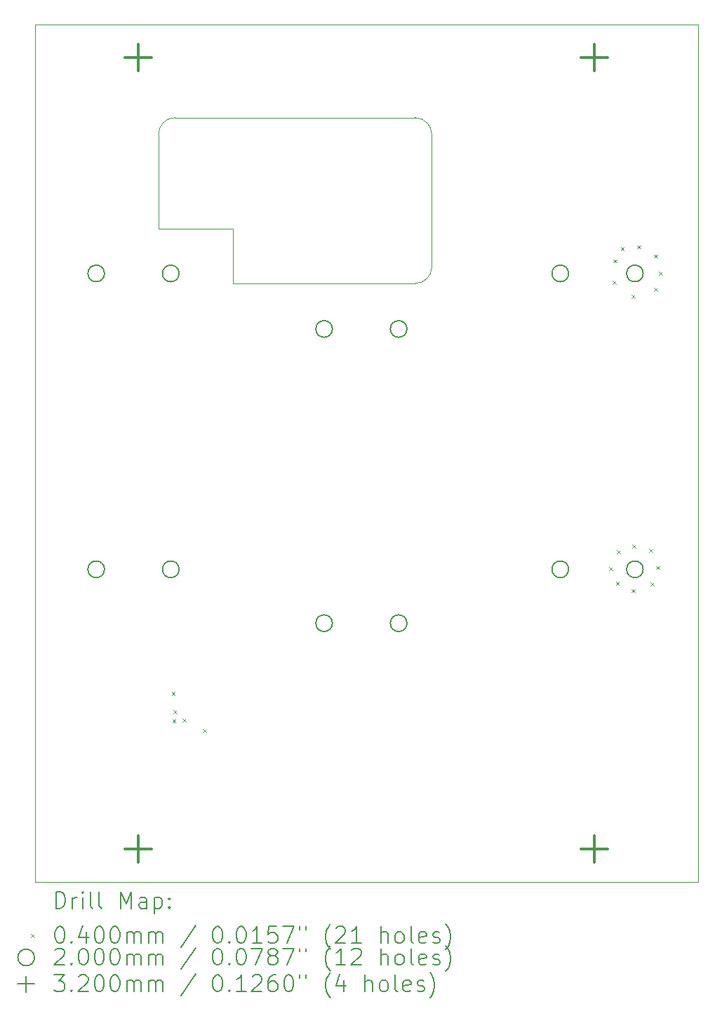
<source format=gbr>
%FSLAX45Y45*%
G04 Gerber Fmt 4.5, Leading zero omitted, Abs format (unit mm)*
G04 Created by KiCad (PCBNEW (6.0.5-0)) date 2023-03-07 01:16:29*
%MOMM*%
%LPD*%
G01*
G04 APERTURE LIST*
%TA.AperFunction,Profile*%
%ADD10C,0.100000*%
%TD*%
%ADD11C,0.200000*%
%ADD12C,0.040000*%
%ADD13C,0.320000*%
G04 APERTURE END LIST*
D10*
X14360000Y-3875000D02*
X15210000Y-3875000D01*
X9600000Y-7000000D02*
X9600000Y-6340000D01*
X8060000Y-14225000D02*
X8860000Y-14225000D01*
X13560000Y-14225000D02*
X8860000Y-14225000D01*
X8065000Y-3875000D02*
X8865000Y-3875000D01*
X13560000Y-3875000D02*
X14360000Y-3875000D01*
X15210000Y-3875000D02*
X15210000Y-14225000D01*
X8060000Y-14225000D02*
X7210000Y-14225000D01*
X8700000Y-6340000D02*
X8701945Y-5202359D01*
X14360000Y-14225000D02*
X15210000Y-14225000D01*
X9600000Y-7000000D02*
X11799436Y-7000000D01*
X11799436Y-6999997D02*
G75*
G03*
X12000000Y-6808579I-386J201187D01*
G01*
X11999997Y-5201571D02*
G75*
G03*
X11798913Y-5000000I-204137J-2559D01*
G01*
X8900000Y-4999999D02*
G75*
G03*
X8701945Y-5202359I2830J-200871D01*
G01*
X13560000Y-14225000D02*
X14360000Y-14225000D01*
X12000000Y-5201571D02*
X12000000Y-6808579D01*
X8865000Y-3875000D02*
X13560000Y-3875000D01*
X8900000Y-5000000D02*
X11798913Y-5000000D01*
X8065000Y-3875000D02*
X7210000Y-3875000D01*
X7210000Y-14225000D02*
X7210000Y-3875000D01*
X9600000Y-6340000D02*
X8700000Y-6340000D01*
D11*
D12*
X8860000Y-11930000D02*
X8900000Y-11970000D01*
X8900000Y-11930000D02*
X8860000Y-11970000D01*
X8870000Y-12260000D02*
X8910000Y-12300000D01*
X8910000Y-12260000D02*
X8870000Y-12300000D01*
X8880000Y-12150000D02*
X8920000Y-12190000D01*
X8920000Y-12150000D02*
X8880000Y-12190000D01*
X8990000Y-12250000D02*
X9030000Y-12290000D01*
X9030000Y-12250000D02*
X8990000Y-12290000D01*
X9240000Y-12380000D02*
X9280000Y-12420000D01*
X9280000Y-12380000D02*
X9240000Y-12420000D01*
X14140000Y-10420000D02*
X14180000Y-10460000D01*
X14180000Y-10420000D02*
X14140000Y-10460000D01*
X14180000Y-6970000D02*
X14220000Y-7010000D01*
X14220000Y-6970000D02*
X14180000Y-7010000D01*
X14190000Y-6710000D02*
X14230000Y-6750000D01*
X14230000Y-6710000D02*
X14190000Y-6750000D01*
X14220000Y-10600000D02*
X14260000Y-10640000D01*
X14260000Y-10600000D02*
X14220000Y-10640000D01*
X14230000Y-10220000D02*
X14270000Y-10260000D01*
X14270000Y-10220000D02*
X14230000Y-10260000D01*
X14280000Y-6560000D02*
X14320000Y-6600000D01*
X14320000Y-6560000D02*
X14280000Y-6600000D01*
X14410000Y-7140000D02*
X14450000Y-7180000D01*
X14450000Y-7140000D02*
X14410000Y-7180000D01*
X14410000Y-10690000D02*
X14450000Y-10730000D01*
X14450000Y-10690000D02*
X14410000Y-10730000D01*
X14420000Y-10150000D02*
X14460000Y-10190000D01*
X14460000Y-10150000D02*
X14420000Y-10190000D01*
X14480000Y-6540000D02*
X14520000Y-6580000D01*
X14520000Y-6540000D02*
X14480000Y-6580000D01*
X14620000Y-10200000D02*
X14660000Y-10240000D01*
X14660000Y-10200000D02*
X14620000Y-10240000D01*
X14640000Y-10610000D02*
X14680000Y-10650000D01*
X14680000Y-10610000D02*
X14640000Y-10650000D01*
X14680000Y-6650000D02*
X14720000Y-6690000D01*
X14720000Y-6650000D02*
X14680000Y-6690000D01*
X14680000Y-7050000D02*
X14720000Y-7090000D01*
X14720000Y-7050000D02*
X14680000Y-7090000D01*
X14710000Y-10410000D02*
X14750000Y-10450000D01*
X14750000Y-10410000D02*
X14710000Y-10450000D01*
X14740000Y-6860000D02*
X14780000Y-6900000D01*
X14780000Y-6860000D02*
X14740000Y-6900000D01*
D11*
X8050000Y-6880000D02*
G75*
G03*
X8050000Y-6880000I-100000J0D01*
G01*
X8050000Y-10450000D02*
G75*
G03*
X8050000Y-10450000I-100000J0D01*
G01*
X8950000Y-6880000D02*
G75*
G03*
X8950000Y-6880000I-100000J0D01*
G01*
X8950000Y-10450000D02*
G75*
G03*
X8950000Y-10450000I-100000J0D01*
G01*
X10800000Y-7550000D02*
G75*
G03*
X10800000Y-7550000I-100000J0D01*
G01*
X10800000Y-11100000D02*
G75*
G03*
X10800000Y-11100000I-100000J0D01*
G01*
X11700000Y-7550000D02*
G75*
G03*
X11700000Y-7550000I-100000J0D01*
G01*
X11700000Y-11100000D02*
G75*
G03*
X11700000Y-11100000I-100000J0D01*
G01*
X13650000Y-6880000D02*
G75*
G03*
X13650000Y-6880000I-100000J0D01*
G01*
X13650000Y-10450000D02*
G75*
G03*
X13650000Y-10450000I-100000J0D01*
G01*
X14550000Y-6880000D02*
G75*
G03*
X14550000Y-6880000I-100000J0D01*
G01*
X14550000Y-10450000D02*
G75*
G03*
X14550000Y-10450000I-100000J0D01*
G01*
D13*
X8460000Y-4115000D02*
X8460000Y-4435000D01*
X8300000Y-4275000D02*
X8620000Y-4275000D01*
X8460000Y-13665000D02*
X8460000Y-13985000D01*
X8300000Y-13825000D02*
X8620000Y-13825000D01*
X13960000Y-4115000D02*
X13960000Y-4435000D01*
X13800000Y-4275000D02*
X14120000Y-4275000D01*
X13960000Y-13665000D02*
X13960000Y-13985000D01*
X13800000Y-13825000D02*
X14120000Y-13825000D01*
D11*
X7462619Y-14540476D02*
X7462619Y-14340476D01*
X7510238Y-14340476D01*
X7538809Y-14350000D01*
X7557857Y-14369048D01*
X7567381Y-14388095D01*
X7576905Y-14426190D01*
X7576905Y-14454762D01*
X7567381Y-14492857D01*
X7557857Y-14511905D01*
X7538809Y-14530952D01*
X7510238Y-14540476D01*
X7462619Y-14540476D01*
X7662619Y-14540476D02*
X7662619Y-14407143D01*
X7662619Y-14445238D02*
X7672143Y-14426190D01*
X7681667Y-14416667D01*
X7700714Y-14407143D01*
X7719762Y-14407143D01*
X7786428Y-14540476D02*
X7786428Y-14407143D01*
X7786428Y-14340476D02*
X7776905Y-14350000D01*
X7786428Y-14359524D01*
X7795952Y-14350000D01*
X7786428Y-14340476D01*
X7786428Y-14359524D01*
X7910238Y-14540476D02*
X7891190Y-14530952D01*
X7881667Y-14511905D01*
X7881667Y-14340476D01*
X8015000Y-14540476D02*
X7995952Y-14530952D01*
X7986428Y-14511905D01*
X7986428Y-14340476D01*
X8243571Y-14540476D02*
X8243571Y-14340476D01*
X8310238Y-14483333D01*
X8376905Y-14340476D01*
X8376905Y-14540476D01*
X8557857Y-14540476D02*
X8557857Y-14435714D01*
X8548333Y-14416667D01*
X8529286Y-14407143D01*
X8491190Y-14407143D01*
X8472143Y-14416667D01*
X8557857Y-14530952D02*
X8538810Y-14540476D01*
X8491190Y-14540476D01*
X8472143Y-14530952D01*
X8462619Y-14511905D01*
X8462619Y-14492857D01*
X8472143Y-14473809D01*
X8491190Y-14464286D01*
X8538810Y-14464286D01*
X8557857Y-14454762D01*
X8653095Y-14407143D02*
X8653095Y-14607143D01*
X8653095Y-14416667D02*
X8672143Y-14407143D01*
X8710238Y-14407143D01*
X8729286Y-14416667D01*
X8738810Y-14426190D01*
X8748333Y-14445238D01*
X8748333Y-14502381D01*
X8738810Y-14521428D01*
X8729286Y-14530952D01*
X8710238Y-14540476D01*
X8672143Y-14540476D01*
X8653095Y-14530952D01*
X8834048Y-14521428D02*
X8843571Y-14530952D01*
X8834048Y-14540476D01*
X8824524Y-14530952D01*
X8834048Y-14521428D01*
X8834048Y-14540476D01*
X8834048Y-14416667D02*
X8843571Y-14426190D01*
X8834048Y-14435714D01*
X8824524Y-14426190D01*
X8834048Y-14416667D01*
X8834048Y-14435714D01*
D12*
X7165000Y-14850000D02*
X7205000Y-14890000D01*
X7205000Y-14850000D02*
X7165000Y-14890000D01*
D11*
X7500714Y-14760476D02*
X7519762Y-14760476D01*
X7538809Y-14770000D01*
X7548333Y-14779524D01*
X7557857Y-14798571D01*
X7567381Y-14836667D01*
X7567381Y-14884286D01*
X7557857Y-14922381D01*
X7548333Y-14941428D01*
X7538809Y-14950952D01*
X7519762Y-14960476D01*
X7500714Y-14960476D01*
X7481667Y-14950952D01*
X7472143Y-14941428D01*
X7462619Y-14922381D01*
X7453095Y-14884286D01*
X7453095Y-14836667D01*
X7462619Y-14798571D01*
X7472143Y-14779524D01*
X7481667Y-14770000D01*
X7500714Y-14760476D01*
X7653095Y-14941428D02*
X7662619Y-14950952D01*
X7653095Y-14960476D01*
X7643571Y-14950952D01*
X7653095Y-14941428D01*
X7653095Y-14960476D01*
X7834048Y-14827143D02*
X7834048Y-14960476D01*
X7786428Y-14750952D02*
X7738809Y-14893809D01*
X7862619Y-14893809D01*
X7976905Y-14760476D02*
X7995952Y-14760476D01*
X8015000Y-14770000D01*
X8024524Y-14779524D01*
X8034048Y-14798571D01*
X8043571Y-14836667D01*
X8043571Y-14884286D01*
X8034048Y-14922381D01*
X8024524Y-14941428D01*
X8015000Y-14950952D01*
X7995952Y-14960476D01*
X7976905Y-14960476D01*
X7957857Y-14950952D01*
X7948333Y-14941428D01*
X7938809Y-14922381D01*
X7929286Y-14884286D01*
X7929286Y-14836667D01*
X7938809Y-14798571D01*
X7948333Y-14779524D01*
X7957857Y-14770000D01*
X7976905Y-14760476D01*
X8167381Y-14760476D02*
X8186428Y-14760476D01*
X8205476Y-14770000D01*
X8215000Y-14779524D01*
X8224524Y-14798571D01*
X8234048Y-14836667D01*
X8234048Y-14884286D01*
X8224524Y-14922381D01*
X8215000Y-14941428D01*
X8205476Y-14950952D01*
X8186428Y-14960476D01*
X8167381Y-14960476D01*
X8148333Y-14950952D01*
X8138809Y-14941428D01*
X8129286Y-14922381D01*
X8119762Y-14884286D01*
X8119762Y-14836667D01*
X8129286Y-14798571D01*
X8138809Y-14779524D01*
X8148333Y-14770000D01*
X8167381Y-14760476D01*
X8319762Y-14960476D02*
X8319762Y-14827143D01*
X8319762Y-14846190D02*
X8329286Y-14836667D01*
X8348333Y-14827143D01*
X8376905Y-14827143D01*
X8395952Y-14836667D01*
X8405476Y-14855714D01*
X8405476Y-14960476D01*
X8405476Y-14855714D02*
X8415000Y-14836667D01*
X8434048Y-14827143D01*
X8462619Y-14827143D01*
X8481667Y-14836667D01*
X8491190Y-14855714D01*
X8491190Y-14960476D01*
X8586429Y-14960476D02*
X8586429Y-14827143D01*
X8586429Y-14846190D02*
X8595952Y-14836667D01*
X8615000Y-14827143D01*
X8643571Y-14827143D01*
X8662619Y-14836667D01*
X8672143Y-14855714D01*
X8672143Y-14960476D01*
X8672143Y-14855714D02*
X8681667Y-14836667D01*
X8700714Y-14827143D01*
X8729286Y-14827143D01*
X8748333Y-14836667D01*
X8757857Y-14855714D01*
X8757857Y-14960476D01*
X9148333Y-14750952D02*
X8976905Y-15008095D01*
X9405476Y-14760476D02*
X9424524Y-14760476D01*
X9443571Y-14770000D01*
X9453095Y-14779524D01*
X9462619Y-14798571D01*
X9472143Y-14836667D01*
X9472143Y-14884286D01*
X9462619Y-14922381D01*
X9453095Y-14941428D01*
X9443571Y-14950952D01*
X9424524Y-14960476D01*
X9405476Y-14960476D01*
X9386429Y-14950952D01*
X9376905Y-14941428D01*
X9367381Y-14922381D01*
X9357857Y-14884286D01*
X9357857Y-14836667D01*
X9367381Y-14798571D01*
X9376905Y-14779524D01*
X9386429Y-14770000D01*
X9405476Y-14760476D01*
X9557857Y-14941428D02*
X9567381Y-14950952D01*
X9557857Y-14960476D01*
X9548333Y-14950952D01*
X9557857Y-14941428D01*
X9557857Y-14960476D01*
X9691190Y-14760476D02*
X9710238Y-14760476D01*
X9729286Y-14770000D01*
X9738810Y-14779524D01*
X9748333Y-14798571D01*
X9757857Y-14836667D01*
X9757857Y-14884286D01*
X9748333Y-14922381D01*
X9738810Y-14941428D01*
X9729286Y-14950952D01*
X9710238Y-14960476D01*
X9691190Y-14960476D01*
X9672143Y-14950952D01*
X9662619Y-14941428D01*
X9653095Y-14922381D01*
X9643571Y-14884286D01*
X9643571Y-14836667D01*
X9653095Y-14798571D01*
X9662619Y-14779524D01*
X9672143Y-14770000D01*
X9691190Y-14760476D01*
X9948333Y-14960476D02*
X9834048Y-14960476D01*
X9891190Y-14960476D02*
X9891190Y-14760476D01*
X9872143Y-14789048D01*
X9853095Y-14808095D01*
X9834048Y-14817619D01*
X10129286Y-14760476D02*
X10034048Y-14760476D01*
X10024524Y-14855714D01*
X10034048Y-14846190D01*
X10053095Y-14836667D01*
X10100714Y-14836667D01*
X10119762Y-14846190D01*
X10129286Y-14855714D01*
X10138810Y-14874762D01*
X10138810Y-14922381D01*
X10129286Y-14941428D01*
X10119762Y-14950952D01*
X10100714Y-14960476D01*
X10053095Y-14960476D01*
X10034048Y-14950952D01*
X10024524Y-14941428D01*
X10205476Y-14760476D02*
X10338810Y-14760476D01*
X10253095Y-14960476D01*
X10405476Y-14760476D02*
X10405476Y-14798571D01*
X10481667Y-14760476D02*
X10481667Y-14798571D01*
X10776905Y-15036667D02*
X10767381Y-15027143D01*
X10748333Y-14998571D01*
X10738810Y-14979524D01*
X10729286Y-14950952D01*
X10719762Y-14903333D01*
X10719762Y-14865238D01*
X10729286Y-14817619D01*
X10738810Y-14789048D01*
X10748333Y-14770000D01*
X10767381Y-14741428D01*
X10776905Y-14731905D01*
X10843571Y-14779524D02*
X10853095Y-14770000D01*
X10872143Y-14760476D01*
X10919762Y-14760476D01*
X10938810Y-14770000D01*
X10948333Y-14779524D01*
X10957857Y-14798571D01*
X10957857Y-14817619D01*
X10948333Y-14846190D01*
X10834048Y-14960476D01*
X10957857Y-14960476D01*
X11148333Y-14960476D02*
X11034048Y-14960476D01*
X11091190Y-14960476D02*
X11091190Y-14760476D01*
X11072143Y-14789048D01*
X11053095Y-14808095D01*
X11034048Y-14817619D01*
X11386428Y-14960476D02*
X11386428Y-14760476D01*
X11472143Y-14960476D02*
X11472143Y-14855714D01*
X11462619Y-14836667D01*
X11443571Y-14827143D01*
X11415000Y-14827143D01*
X11395952Y-14836667D01*
X11386428Y-14846190D01*
X11595952Y-14960476D02*
X11576905Y-14950952D01*
X11567381Y-14941428D01*
X11557857Y-14922381D01*
X11557857Y-14865238D01*
X11567381Y-14846190D01*
X11576905Y-14836667D01*
X11595952Y-14827143D01*
X11624524Y-14827143D01*
X11643571Y-14836667D01*
X11653095Y-14846190D01*
X11662619Y-14865238D01*
X11662619Y-14922381D01*
X11653095Y-14941428D01*
X11643571Y-14950952D01*
X11624524Y-14960476D01*
X11595952Y-14960476D01*
X11776905Y-14960476D02*
X11757857Y-14950952D01*
X11748333Y-14931905D01*
X11748333Y-14760476D01*
X11929286Y-14950952D02*
X11910238Y-14960476D01*
X11872143Y-14960476D01*
X11853095Y-14950952D01*
X11843571Y-14931905D01*
X11843571Y-14855714D01*
X11853095Y-14836667D01*
X11872143Y-14827143D01*
X11910238Y-14827143D01*
X11929286Y-14836667D01*
X11938809Y-14855714D01*
X11938809Y-14874762D01*
X11843571Y-14893809D01*
X12015000Y-14950952D02*
X12034048Y-14960476D01*
X12072143Y-14960476D01*
X12091190Y-14950952D01*
X12100714Y-14931905D01*
X12100714Y-14922381D01*
X12091190Y-14903333D01*
X12072143Y-14893809D01*
X12043571Y-14893809D01*
X12024524Y-14884286D01*
X12015000Y-14865238D01*
X12015000Y-14855714D01*
X12024524Y-14836667D01*
X12043571Y-14827143D01*
X12072143Y-14827143D01*
X12091190Y-14836667D01*
X12167381Y-15036667D02*
X12176905Y-15027143D01*
X12195952Y-14998571D01*
X12205476Y-14979524D01*
X12215000Y-14950952D01*
X12224524Y-14903333D01*
X12224524Y-14865238D01*
X12215000Y-14817619D01*
X12205476Y-14789048D01*
X12195952Y-14770000D01*
X12176905Y-14741428D01*
X12167381Y-14731905D01*
X7205000Y-15134000D02*
G75*
G03*
X7205000Y-15134000I-100000J0D01*
G01*
X7453095Y-15043524D02*
X7462619Y-15034000D01*
X7481667Y-15024476D01*
X7529286Y-15024476D01*
X7548333Y-15034000D01*
X7557857Y-15043524D01*
X7567381Y-15062571D01*
X7567381Y-15081619D01*
X7557857Y-15110190D01*
X7443571Y-15224476D01*
X7567381Y-15224476D01*
X7653095Y-15205428D02*
X7662619Y-15214952D01*
X7653095Y-15224476D01*
X7643571Y-15214952D01*
X7653095Y-15205428D01*
X7653095Y-15224476D01*
X7786428Y-15024476D02*
X7805476Y-15024476D01*
X7824524Y-15034000D01*
X7834048Y-15043524D01*
X7843571Y-15062571D01*
X7853095Y-15100667D01*
X7853095Y-15148286D01*
X7843571Y-15186381D01*
X7834048Y-15205428D01*
X7824524Y-15214952D01*
X7805476Y-15224476D01*
X7786428Y-15224476D01*
X7767381Y-15214952D01*
X7757857Y-15205428D01*
X7748333Y-15186381D01*
X7738809Y-15148286D01*
X7738809Y-15100667D01*
X7748333Y-15062571D01*
X7757857Y-15043524D01*
X7767381Y-15034000D01*
X7786428Y-15024476D01*
X7976905Y-15024476D02*
X7995952Y-15024476D01*
X8015000Y-15034000D01*
X8024524Y-15043524D01*
X8034048Y-15062571D01*
X8043571Y-15100667D01*
X8043571Y-15148286D01*
X8034048Y-15186381D01*
X8024524Y-15205428D01*
X8015000Y-15214952D01*
X7995952Y-15224476D01*
X7976905Y-15224476D01*
X7957857Y-15214952D01*
X7948333Y-15205428D01*
X7938809Y-15186381D01*
X7929286Y-15148286D01*
X7929286Y-15100667D01*
X7938809Y-15062571D01*
X7948333Y-15043524D01*
X7957857Y-15034000D01*
X7976905Y-15024476D01*
X8167381Y-15024476D02*
X8186428Y-15024476D01*
X8205476Y-15034000D01*
X8215000Y-15043524D01*
X8224524Y-15062571D01*
X8234048Y-15100667D01*
X8234048Y-15148286D01*
X8224524Y-15186381D01*
X8215000Y-15205428D01*
X8205476Y-15214952D01*
X8186428Y-15224476D01*
X8167381Y-15224476D01*
X8148333Y-15214952D01*
X8138809Y-15205428D01*
X8129286Y-15186381D01*
X8119762Y-15148286D01*
X8119762Y-15100667D01*
X8129286Y-15062571D01*
X8138809Y-15043524D01*
X8148333Y-15034000D01*
X8167381Y-15024476D01*
X8319762Y-15224476D02*
X8319762Y-15091143D01*
X8319762Y-15110190D02*
X8329286Y-15100667D01*
X8348333Y-15091143D01*
X8376905Y-15091143D01*
X8395952Y-15100667D01*
X8405476Y-15119714D01*
X8405476Y-15224476D01*
X8405476Y-15119714D02*
X8415000Y-15100667D01*
X8434048Y-15091143D01*
X8462619Y-15091143D01*
X8481667Y-15100667D01*
X8491190Y-15119714D01*
X8491190Y-15224476D01*
X8586429Y-15224476D02*
X8586429Y-15091143D01*
X8586429Y-15110190D02*
X8595952Y-15100667D01*
X8615000Y-15091143D01*
X8643571Y-15091143D01*
X8662619Y-15100667D01*
X8672143Y-15119714D01*
X8672143Y-15224476D01*
X8672143Y-15119714D02*
X8681667Y-15100667D01*
X8700714Y-15091143D01*
X8729286Y-15091143D01*
X8748333Y-15100667D01*
X8757857Y-15119714D01*
X8757857Y-15224476D01*
X9148333Y-15014952D02*
X8976905Y-15272095D01*
X9405476Y-15024476D02*
X9424524Y-15024476D01*
X9443571Y-15034000D01*
X9453095Y-15043524D01*
X9462619Y-15062571D01*
X9472143Y-15100667D01*
X9472143Y-15148286D01*
X9462619Y-15186381D01*
X9453095Y-15205428D01*
X9443571Y-15214952D01*
X9424524Y-15224476D01*
X9405476Y-15224476D01*
X9386429Y-15214952D01*
X9376905Y-15205428D01*
X9367381Y-15186381D01*
X9357857Y-15148286D01*
X9357857Y-15100667D01*
X9367381Y-15062571D01*
X9376905Y-15043524D01*
X9386429Y-15034000D01*
X9405476Y-15024476D01*
X9557857Y-15205428D02*
X9567381Y-15214952D01*
X9557857Y-15224476D01*
X9548333Y-15214952D01*
X9557857Y-15205428D01*
X9557857Y-15224476D01*
X9691190Y-15024476D02*
X9710238Y-15024476D01*
X9729286Y-15034000D01*
X9738810Y-15043524D01*
X9748333Y-15062571D01*
X9757857Y-15100667D01*
X9757857Y-15148286D01*
X9748333Y-15186381D01*
X9738810Y-15205428D01*
X9729286Y-15214952D01*
X9710238Y-15224476D01*
X9691190Y-15224476D01*
X9672143Y-15214952D01*
X9662619Y-15205428D01*
X9653095Y-15186381D01*
X9643571Y-15148286D01*
X9643571Y-15100667D01*
X9653095Y-15062571D01*
X9662619Y-15043524D01*
X9672143Y-15034000D01*
X9691190Y-15024476D01*
X9824524Y-15024476D02*
X9957857Y-15024476D01*
X9872143Y-15224476D01*
X10062619Y-15110190D02*
X10043571Y-15100667D01*
X10034048Y-15091143D01*
X10024524Y-15072095D01*
X10024524Y-15062571D01*
X10034048Y-15043524D01*
X10043571Y-15034000D01*
X10062619Y-15024476D01*
X10100714Y-15024476D01*
X10119762Y-15034000D01*
X10129286Y-15043524D01*
X10138810Y-15062571D01*
X10138810Y-15072095D01*
X10129286Y-15091143D01*
X10119762Y-15100667D01*
X10100714Y-15110190D01*
X10062619Y-15110190D01*
X10043571Y-15119714D01*
X10034048Y-15129238D01*
X10024524Y-15148286D01*
X10024524Y-15186381D01*
X10034048Y-15205428D01*
X10043571Y-15214952D01*
X10062619Y-15224476D01*
X10100714Y-15224476D01*
X10119762Y-15214952D01*
X10129286Y-15205428D01*
X10138810Y-15186381D01*
X10138810Y-15148286D01*
X10129286Y-15129238D01*
X10119762Y-15119714D01*
X10100714Y-15110190D01*
X10205476Y-15024476D02*
X10338810Y-15024476D01*
X10253095Y-15224476D01*
X10405476Y-15024476D02*
X10405476Y-15062571D01*
X10481667Y-15024476D02*
X10481667Y-15062571D01*
X10776905Y-15300667D02*
X10767381Y-15291143D01*
X10748333Y-15262571D01*
X10738810Y-15243524D01*
X10729286Y-15214952D01*
X10719762Y-15167333D01*
X10719762Y-15129238D01*
X10729286Y-15081619D01*
X10738810Y-15053048D01*
X10748333Y-15034000D01*
X10767381Y-15005428D01*
X10776905Y-14995905D01*
X10957857Y-15224476D02*
X10843571Y-15224476D01*
X10900714Y-15224476D02*
X10900714Y-15024476D01*
X10881667Y-15053048D01*
X10862619Y-15072095D01*
X10843571Y-15081619D01*
X11034048Y-15043524D02*
X11043571Y-15034000D01*
X11062619Y-15024476D01*
X11110238Y-15024476D01*
X11129286Y-15034000D01*
X11138810Y-15043524D01*
X11148333Y-15062571D01*
X11148333Y-15081619D01*
X11138810Y-15110190D01*
X11024524Y-15224476D01*
X11148333Y-15224476D01*
X11386428Y-15224476D02*
X11386428Y-15024476D01*
X11472143Y-15224476D02*
X11472143Y-15119714D01*
X11462619Y-15100667D01*
X11443571Y-15091143D01*
X11415000Y-15091143D01*
X11395952Y-15100667D01*
X11386428Y-15110190D01*
X11595952Y-15224476D02*
X11576905Y-15214952D01*
X11567381Y-15205428D01*
X11557857Y-15186381D01*
X11557857Y-15129238D01*
X11567381Y-15110190D01*
X11576905Y-15100667D01*
X11595952Y-15091143D01*
X11624524Y-15091143D01*
X11643571Y-15100667D01*
X11653095Y-15110190D01*
X11662619Y-15129238D01*
X11662619Y-15186381D01*
X11653095Y-15205428D01*
X11643571Y-15214952D01*
X11624524Y-15224476D01*
X11595952Y-15224476D01*
X11776905Y-15224476D02*
X11757857Y-15214952D01*
X11748333Y-15195905D01*
X11748333Y-15024476D01*
X11929286Y-15214952D02*
X11910238Y-15224476D01*
X11872143Y-15224476D01*
X11853095Y-15214952D01*
X11843571Y-15195905D01*
X11843571Y-15119714D01*
X11853095Y-15100667D01*
X11872143Y-15091143D01*
X11910238Y-15091143D01*
X11929286Y-15100667D01*
X11938809Y-15119714D01*
X11938809Y-15138762D01*
X11843571Y-15157809D01*
X12015000Y-15214952D02*
X12034048Y-15224476D01*
X12072143Y-15224476D01*
X12091190Y-15214952D01*
X12100714Y-15195905D01*
X12100714Y-15186381D01*
X12091190Y-15167333D01*
X12072143Y-15157809D01*
X12043571Y-15157809D01*
X12024524Y-15148286D01*
X12015000Y-15129238D01*
X12015000Y-15119714D01*
X12024524Y-15100667D01*
X12043571Y-15091143D01*
X12072143Y-15091143D01*
X12091190Y-15100667D01*
X12167381Y-15300667D02*
X12176905Y-15291143D01*
X12195952Y-15262571D01*
X12205476Y-15243524D01*
X12215000Y-15214952D01*
X12224524Y-15167333D01*
X12224524Y-15129238D01*
X12215000Y-15081619D01*
X12205476Y-15053048D01*
X12195952Y-15034000D01*
X12176905Y-15005428D01*
X12167381Y-14995905D01*
X7105000Y-15354000D02*
X7105000Y-15554000D01*
X7005000Y-15454000D02*
X7205000Y-15454000D01*
X7443571Y-15344476D02*
X7567381Y-15344476D01*
X7500714Y-15420667D01*
X7529286Y-15420667D01*
X7548333Y-15430190D01*
X7557857Y-15439714D01*
X7567381Y-15458762D01*
X7567381Y-15506381D01*
X7557857Y-15525428D01*
X7548333Y-15534952D01*
X7529286Y-15544476D01*
X7472143Y-15544476D01*
X7453095Y-15534952D01*
X7443571Y-15525428D01*
X7653095Y-15525428D02*
X7662619Y-15534952D01*
X7653095Y-15544476D01*
X7643571Y-15534952D01*
X7653095Y-15525428D01*
X7653095Y-15544476D01*
X7738809Y-15363524D02*
X7748333Y-15354000D01*
X7767381Y-15344476D01*
X7815000Y-15344476D01*
X7834048Y-15354000D01*
X7843571Y-15363524D01*
X7853095Y-15382571D01*
X7853095Y-15401619D01*
X7843571Y-15430190D01*
X7729286Y-15544476D01*
X7853095Y-15544476D01*
X7976905Y-15344476D02*
X7995952Y-15344476D01*
X8015000Y-15354000D01*
X8024524Y-15363524D01*
X8034048Y-15382571D01*
X8043571Y-15420667D01*
X8043571Y-15468286D01*
X8034048Y-15506381D01*
X8024524Y-15525428D01*
X8015000Y-15534952D01*
X7995952Y-15544476D01*
X7976905Y-15544476D01*
X7957857Y-15534952D01*
X7948333Y-15525428D01*
X7938809Y-15506381D01*
X7929286Y-15468286D01*
X7929286Y-15420667D01*
X7938809Y-15382571D01*
X7948333Y-15363524D01*
X7957857Y-15354000D01*
X7976905Y-15344476D01*
X8167381Y-15344476D02*
X8186428Y-15344476D01*
X8205476Y-15354000D01*
X8215000Y-15363524D01*
X8224524Y-15382571D01*
X8234048Y-15420667D01*
X8234048Y-15468286D01*
X8224524Y-15506381D01*
X8215000Y-15525428D01*
X8205476Y-15534952D01*
X8186428Y-15544476D01*
X8167381Y-15544476D01*
X8148333Y-15534952D01*
X8138809Y-15525428D01*
X8129286Y-15506381D01*
X8119762Y-15468286D01*
X8119762Y-15420667D01*
X8129286Y-15382571D01*
X8138809Y-15363524D01*
X8148333Y-15354000D01*
X8167381Y-15344476D01*
X8319762Y-15544476D02*
X8319762Y-15411143D01*
X8319762Y-15430190D02*
X8329286Y-15420667D01*
X8348333Y-15411143D01*
X8376905Y-15411143D01*
X8395952Y-15420667D01*
X8405476Y-15439714D01*
X8405476Y-15544476D01*
X8405476Y-15439714D02*
X8415000Y-15420667D01*
X8434048Y-15411143D01*
X8462619Y-15411143D01*
X8481667Y-15420667D01*
X8491190Y-15439714D01*
X8491190Y-15544476D01*
X8586429Y-15544476D02*
X8586429Y-15411143D01*
X8586429Y-15430190D02*
X8595952Y-15420667D01*
X8615000Y-15411143D01*
X8643571Y-15411143D01*
X8662619Y-15420667D01*
X8672143Y-15439714D01*
X8672143Y-15544476D01*
X8672143Y-15439714D02*
X8681667Y-15420667D01*
X8700714Y-15411143D01*
X8729286Y-15411143D01*
X8748333Y-15420667D01*
X8757857Y-15439714D01*
X8757857Y-15544476D01*
X9148333Y-15334952D02*
X8976905Y-15592095D01*
X9405476Y-15344476D02*
X9424524Y-15344476D01*
X9443571Y-15354000D01*
X9453095Y-15363524D01*
X9462619Y-15382571D01*
X9472143Y-15420667D01*
X9472143Y-15468286D01*
X9462619Y-15506381D01*
X9453095Y-15525428D01*
X9443571Y-15534952D01*
X9424524Y-15544476D01*
X9405476Y-15544476D01*
X9386429Y-15534952D01*
X9376905Y-15525428D01*
X9367381Y-15506381D01*
X9357857Y-15468286D01*
X9357857Y-15420667D01*
X9367381Y-15382571D01*
X9376905Y-15363524D01*
X9386429Y-15354000D01*
X9405476Y-15344476D01*
X9557857Y-15525428D02*
X9567381Y-15534952D01*
X9557857Y-15544476D01*
X9548333Y-15534952D01*
X9557857Y-15525428D01*
X9557857Y-15544476D01*
X9757857Y-15544476D02*
X9643571Y-15544476D01*
X9700714Y-15544476D02*
X9700714Y-15344476D01*
X9681667Y-15373048D01*
X9662619Y-15392095D01*
X9643571Y-15401619D01*
X9834048Y-15363524D02*
X9843571Y-15354000D01*
X9862619Y-15344476D01*
X9910238Y-15344476D01*
X9929286Y-15354000D01*
X9938810Y-15363524D01*
X9948333Y-15382571D01*
X9948333Y-15401619D01*
X9938810Y-15430190D01*
X9824524Y-15544476D01*
X9948333Y-15544476D01*
X10119762Y-15344476D02*
X10081667Y-15344476D01*
X10062619Y-15354000D01*
X10053095Y-15363524D01*
X10034048Y-15392095D01*
X10024524Y-15430190D01*
X10024524Y-15506381D01*
X10034048Y-15525428D01*
X10043571Y-15534952D01*
X10062619Y-15544476D01*
X10100714Y-15544476D01*
X10119762Y-15534952D01*
X10129286Y-15525428D01*
X10138810Y-15506381D01*
X10138810Y-15458762D01*
X10129286Y-15439714D01*
X10119762Y-15430190D01*
X10100714Y-15420667D01*
X10062619Y-15420667D01*
X10043571Y-15430190D01*
X10034048Y-15439714D01*
X10024524Y-15458762D01*
X10262619Y-15344476D02*
X10281667Y-15344476D01*
X10300714Y-15354000D01*
X10310238Y-15363524D01*
X10319762Y-15382571D01*
X10329286Y-15420667D01*
X10329286Y-15468286D01*
X10319762Y-15506381D01*
X10310238Y-15525428D01*
X10300714Y-15534952D01*
X10281667Y-15544476D01*
X10262619Y-15544476D01*
X10243571Y-15534952D01*
X10234048Y-15525428D01*
X10224524Y-15506381D01*
X10215000Y-15468286D01*
X10215000Y-15420667D01*
X10224524Y-15382571D01*
X10234048Y-15363524D01*
X10243571Y-15354000D01*
X10262619Y-15344476D01*
X10405476Y-15344476D02*
X10405476Y-15382571D01*
X10481667Y-15344476D02*
X10481667Y-15382571D01*
X10776905Y-15620667D02*
X10767381Y-15611143D01*
X10748333Y-15582571D01*
X10738810Y-15563524D01*
X10729286Y-15534952D01*
X10719762Y-15487333D01*
X10719762Y-15449238D01*
X10729286Y-15401619D01*
X10738810Y-15373048D01*
X10748333Y-15354000D01*
X10767381Y-15325428D01*
X10776905Y-15315905D01*
X10938810Y-15411143D02*
X10938810Y-15544476D01*
X10891190Y-15334952D02*
X10843571Y-15477809D01*
X10967381Y-15477809D01*
X11195952Y-15544476D02*
X11195952Y-15344476D01*
X11281667Y-15544476D02*
X11281667Y-15439714D01*
X11272143Y-15420667D01*
X11253095Y-15411143D01*
X11224524Y-15411143D01*
X11205476Y-15420667D01*
X11195952Y-15430190D01*
X11405476Y-15544476D02*
X11386428Y-15534952D01*
X11376905Y-15525428D01*
X11367381Y-15506381D01*
X11367381Y-15449238D01*
X11376905Y-15430190D01*
X11386428Y-15420667D01*
X11405476Y-15411143D01*
X11434048Y-15411143D01*
X11453095Y-15420667D01*
X11462619Y-15430190D01*
X11472143Y-15449238D01*
X11472143Y-15506381D01*
X11462619Y-15525428D01*
X11453095Y-15534952D01*
X11434048Y-15544476D01*
X11405476Y-15544476D01*
X11586428Y-15544476D02*
X11567381Y-15534952D01*
X11557857Y-15515905D01*
X11557857Y-15344476D01*
X11738809Y-15534952D02*
X11719762Y-15544476D01*
X11681667Y-15544476D01*
X11662619Y-15534952D01*
X11653095Y-15515905D01*
X11653095Y-15439714D01*
X11662619Y-15420667D01*
X11681667Y-15411143D01*
X11719762Y-15411143D01*
X11738809Y-15420667D01*
X11748333Y-15439714D01*
X11748333Y-15458762D01*
X11653095Y-15477809D01*
X11824524Y-15534952D02*
X11843571Y-15544476D01*
X11881667Y-15544476D01*
X11900714Y-15534952D01*
X11910238Y-15515905D01*
X11910238Y-15506381D01*
X11900714Y-15487333D01*
X11881667Y-15477809D01*
X11853095Y-15477809D01*
X11834048Y-15468286D01*
X11824524Y-15449238D01*
X11824524Y-15439714D01*
X11834048Y-15420667D01*
X11853095Y-15411143D01*
X11881667Y-15411143D01*
X11900714Y-15420667D01*
X11976905Y-15620667D02*
X11986428Y-15611143D01*
X12005476Y-15582571D01*
X12015000Y-15563524D01*
X12024524Y-15534952D01*
X12034048Y-15487333D01*
X12034048Y-15449238D01*
X12024524Y-15401619D01*
X12015000Y-15373048D01*
X12005476Y-15354000D01*
X11986428Y-15325428D01*
X11976905Y-15315905D01*
M02*

</source>
